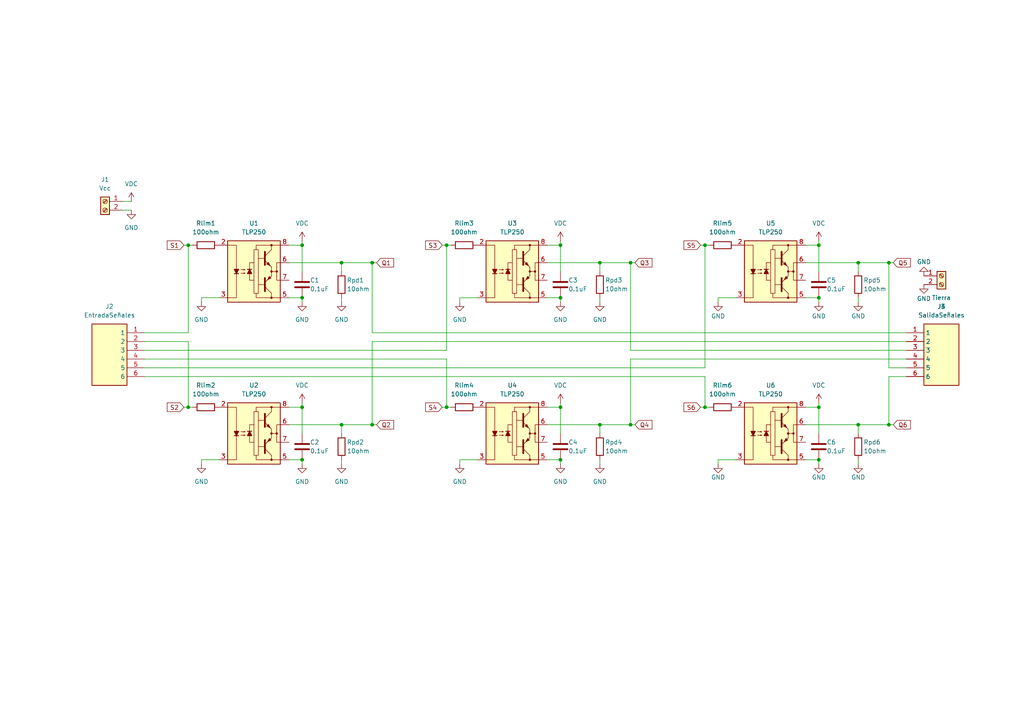
<source format=kicad_sch>
(kicad_sch (version 20231120) (generator "eeschema") (generator_version "8.0")
  (paper "A4")
  (lib_symbols
    (symbol "801-87-006-10-001101:Conn_Socket6"
      (property "Reference" "J" (at 16.51 7.62 0))
      (property "Value" "Conn_Socket6" (at 16.51 5.08 0))
      (symbol "Conn_Socket6_1_1"
        (rectangle (start 5.08 2.54) (end 15.24 -15.24) (stroke (width 0.254)) (fill (type background)))
        (pin passive line (at 0 0 0) (length 5.08) (name "1") (number "1"))
        (pin passive line (at 0 -2.54 0) (length 5.08) (name "2") (number "2"))
        (pin passive line (at 0 -5.08 0) (length 5.08) (name "3") (number "3"))
        (pin passive line (at 0 -7.62 0) (length 5.08) (name "4") (number "4"))
        (pin passive line (at 0 -10.16 0) (length 5.08) (name "5") (number "5"))
        (pin passive line (at 0 -12.7 0) (length 5.08) (name "6") (number "6"))
      )
    )
    (symbol "Connector:Screw_Terminal_01x02" (pin_names (offset 1.016) hide)
      (property "Reference" "J" (at 0 2.54 0))
      (property "Value" "Screw_Terminal_01x02" (at 0 -5.08 0))
      (symbol "Screw_Terminal_01x02_1_1"
        (rectangle (start -1.27 1.27) (end 1.27 -3.81) (stroke (width 0.254)) (fill (type background)))
        (circle (center 0 -2.54) (radius 0.635) (stroke (width 0.1524)))
        (polyline (pts (xy -0.5334 -2.2098) (xy 0.3302 -3.048)) (stroke (width 0.1524)))
        (polyline (pts (xy -0.5334 0.3302) (xy 0.3302 -0.508)) (stroke (width 0.1524)))
        (polyline (pts (xy -0.3556 -2.032) (xy 0.508 -2.8702)) (stroke (width 0.1524)))
        (polyline (pts (xy -0.3556 0.508) (xy 0.508 -0.3302)) (stroke (width 0.1524)))
        (circle (center 0 0) (radius 0.635) (stroke (width 0.1524)))
        (pin passive line (at -5.08 0 0) (length 3.81) (name "Pin_1") (number "1"))
        (pin passive line (at -5.08 -2.54 0) (length 3.81) (name "Pin_2") (number "2"))
      )
    )
    (symbol "Device:C" (pin_numbers hide) (pin_names (offset 0.254))
      (property "Reference" "C" (at 0.635 2.54 0))
      (property "Value" "C" (at 0.635 -2.54 0))
      (symbol "C_0_1"
        (polyline (pts (xy -2.032 -0.762) (xy 2.032 -0.762)) (stroke (width 0.508)))
        (polyline (pts (xy -2.032 0.762) (xy 2.032 0.762)) (stroke (width 0.508)))
      )
      (symbol "C_1_1"
        (pin passive line (at 0 3.81 270) (length 2.794) (name "~") (number "1"))
        (pin passive line (at 0 -3.81 90) (length 2.794) (name "~") (number "2"))
      )
    )
    (symbol "Device:R" (pin_numbers hide) (pin_names (offset 0))
      (property "Reference" "R" (at 2.032 0 90))
      (property "Value" "R" (at 0 0 90))
      (symbol "R_0_1"
        (rectangle (start -1.016 -2.54) (end 1.016 2.54) (stroke (width 0.254)))
      )
      (symbol "R_1_1"
        (pin passive line (at 0 3.81 270) (length 1.27) (name "~") (number "1"))
        (pin passive line (at 0 -3.81 90) (length 1.27) (name "~") (number "2"))
      )
    )
    (symbol "Driver_FET:TLP250" (pin_names hide)
      (property "Reference" "U" (at 0 12.7 0))
      (property "Value" "TLP250" (at 0 10.16 0))
      (symbol "TLP250_0_1"
        (rectangle (start -7.62 8.89) (end 7.62 -8.89) (stroke (width 0.254)) (fill (type background)))
        (polyline (pts (xy -5.715 -0.635) (xy -4.445 -0.635)) (stroke (width 0.254)))
        (polyline (pts (xy -0.635 0.635) (xy -1.905 0.635)) (stroke (width 0.254)))
        (polyline (pts (xy 3.048 -3.81) (xy 1.27 -3.81)))
        (polyline (pts (xy 3.048 3.81) (xy 1.27 3.81)))
        (polyline (pts (xy 3.175 -4.445) (xy 5.08 -6.35)))
        (polyline (pts (xy 3.175 4.445) (xy 5.08 6.35)))
        (polyline (pts (xy 5.08 -6.35) (xy 5.08 -7.62)))
        (polyline (pts (xy 5.08 -1.27) (xy 3.175 -3.175)) (fill (type outline)))
        (polyline (pts (xy 5.08 0) (xy 6.604 0)))
        (polyline (pts (xy 5.08 1.27) (xy 3.175 3.175)) (fill (type outline)))
        (polyline (pts (xy 5.08 6.35) (xy 5.08 7.62)))
        (polyline (pts (xy 7.62 7.62) (xy 0.635 7.62)))
        (polyline (pts (xy -1.27 -0.635) (xy -1.27 -2.54) (xy 0 -2.54)))
        (polyline (pts (xy -1.27 0.635) (xy -1.27 2.54) (xy 0 2.54)))
        (polyline (pts (xy 0.635 -6.35) (xy 0.635 -7.62) (xy 7.62 -7.62)))
        (polyline (pts (xy 3.175 -5.715) (xy 3.175 -1.905) (xy 3.175 -1.905)) (stroke (width 0.508)))
        (polyline (pts (xy 3.175 5.715) (xy 3.175 1.905) (xy 3.175 1.905)) (stroke (width 0.508)))
        (polyline (pts (xy -7.62 7.62) (xy -5.08 7.62) (xy -5.08 -7.62) (xy -7.62 -7.62)))
        (polyline (pts (xy -5.08 -0.635) (xy -5.715 0.635) (xy -4.445 0.635) (xy -5.08 -0.635)) (stroke (width 0.254)) (fill (type outline)))
        (polyline (pts (xy -1.27 0.635) (xy -0.635 -0.635) (xy -1.905 -0.635) (xy -1.27 0.635)) (stroke (width 0.254)) (fill (type outline)))
        (polyline (pts (xy 7.62 2.54) (xy 6.604 2.54) (xy 6.604 -2.54) (xy 7.62 -2.54)))
        (polyline (pts (xy -3.81 -0.508) (xy -2.54 -0.508) (xy -2.921 -0.635) (xy -2.921 -0.381) (xy -2.54 -0.508)))
        (polyline (pts (xy -3.81 0.508) (xy -2.54 0.508) (xy -2.921 0.381) (xy -2.921 0.635) (xy -2.54 0.508)))
        (polyline (pts (xy 1.27 6.35) (xy 1.27 -6.35) (xy 0 -6.35) (xy 0 6.35) (xy 1.27 6.35)))
        (polyline (pts (xy 3.683 2.159) (xy 4.191 2.667) (xy 4.699 1.651) (xy 3.683 2.159) (xy 3.683 2.159)) (fill (type outline)))
        (polyline (pts (xy 4.953 -1.905) (xy 4.445 -1.397) (xy 3.937 -2.413) (xy 4.953 -1.905) (xy 4.953 -1.905)) (fill (type outline)))
        (rectangle (start 0.635 6.35) (end 0.635 6.35))
        (rectangle (start 0.635 6.35) (end 0.635 7.62))
        (circle (center 5.08 -7.62) (radius 0.254) (fill (type outline)))
        (circle (center 5.08 0) (radius 0.254) (fill (type outline)))
        (rectangle (start 5.08 1.27) (end 5.08 -1.27))
        (circle (center 5.08 7.62) (radius 0.254) (fill (type outline)))
        (circle (center 6.604 0) (radius 0.254) (fill (type outline)))
      )
      (symbol "TLP250_1_1"
        (pin no_connect line (at -7.62 2.54 0) (length 2.54) hide (name "NC") (number "1"))
        (pin passive line (at -10.16 7.62 0) (length 2.54) (name "A") (number "2"))
        (pin passive line (at -10.16 -7.62 0) (length 2.54) (name "C") (number "3"))
        (pin no_connect line (at -7.62 -2.54 0) (length 2.54) hide (name "NC") (number "4"))
        (pin power_in line (at 10.16 -7.62 180) (length 2.54) (name "VEE") (number "5"))
        (pin output line (at 10.16 2.54 180) (length 2.54) (name "VO") (number "6"))
        (pin output line (at 10.16 -2.54 180) (length 2.54) (name "VO") (number "7"))
        (pin power_in line (at 10.16 7.62 180) (length 2.54) (name "VCC") (number "8"))
      )
    )
    (symbol "power:GND" (power) (pin_numbers hide) (pin_names (offset 0) hide)
      (property "Value" "GND" (at 0 -3.81 0))
      (symbol "GND_0_1"
        (polyline (pts (xy 0 0) (xy 0 -1.27) (xy 1.27 -1.27) (xy 0 -2.54) (xy -1.27 -1.27) (xy 0 -1.27)))
      )
      (symbol "GND_1_1"
        (pin power_in line (at 0 0 270) (length 0) (name "~") (number "1"))
      )
    )
    (symbol "power:VDC" (power) (pin_numbers hide) (pin_names (offset 0) hide)
      (property "Value" "VDC" (at 0 3.556 0))
      (symbol "VDC_0_1"
        (polyline (pts (xy -0.762 1.27) (xy 0 2.54)))
        (polyline (pts (xy 0 0) (xy 0 2.54)))
        (polyline (pts (xy 0 2.54) (xy 0.762 1.27)))
      )
      (symbol "VDC_1_1"
        (pin power_in line (at 0 0 90) (length 0) (name "~") (number "1"))
      )
    )
  )
  (junction (at 204.47 71.12))
  (junction (at 237.49 118.11))
  (junction (at 87.63 86.36))
  (junction (at 54.61 71.12))
  (junction (at 129.54 71.12))
  (junction (at 99.06 76.2))
  (junction (at 162.56 118.11))
  (junction (at 162.56 133.35))
  (junction (at 87.63 118.11))
  (junction (at 107.95 76.2))
  (junction (at 204.47 118.11))
  (junction (at 248.92 76.2))
  (junction (at 87.63 133.35))
  (junction (at 129.54 118.11))
  (junction (at 54.61 118.11))
  (junction (at 237.49 71.12))
  (junction (at 107.95 123.19))
  (junction (at 173.99 123.19))
  (junction (at 182.88 123.19))
  (junction (at 257.81 76.2))
  (junction (at 87.63 71.12))
  (junction (at 182.88 76.2))
  (junction (at 173.99 76.2))
  (junction (at 162.56 86.36))
  (junction (at 248.92 123.19))
  (junction (at 237.49 133.35))
  (junction (at 99.06 123.19))
  (junction (at 237.49 86.36))
  (junction (at 257.81 123.19))
  (junction (at 162.56 71.12))
  (wire (pts (xy 182.88 123.19) (xy 184.15 123.19)))
  (wire (pts (xy 237.49 118.11) (xy 237.49 116.84)))
  (wire (pts (xy 133.35 86.36) (xy 138.43 86.36)))
  (wire (pts (xy 182.88 76.2) (xy 184.15 76.2)))
  (wire (pts (xy 237.49 118.11) (xy 237.49 125.73)))
  (wire (pts (xy 203.2 118.11) (xy 204.47 118.11)))
  (wire (pts (xy 58.42 133.35) (xy 58.42 134.62)))
  (wire (pts (xy 129.54 118.11) (xy 130.81 118.11)))
  (wire (pts (xy 87.63 133.35) (xy 87.63 134.62)))
  (wire (pts (xy 107.95 99.06) (xy 262.89 99.06)))
  (wire (pts (xy 173.99 123.19) (xy 182.88 123.19)))
  (wire (pts (xy 162.56 133.35) (xy 162.56 134.62)))
  (wire (pts (xy 107.95 99.06) (xy 107.95 123.19)))
  (wire (pts (xy 237.49 86.36) (xy 237.49 87.63)))
  (wire (pts (xy 107.95 76.2) (xy 109.22 76.2)))
  (wire (pts (xy 233.68 86.36) (xy 237.49 86.36)))
  (wire (pts (xy 248.92 133.35) (xy 248.92 134.62)))
  (wire (pts (xy 158.75 123.19) (xy 173.99 123.19)))
  (wire (pts (xy 158.75 76.2) (xy 173.99 76.2)))
  (wire (pts (xy 204.47 71.12) (xy 205.74 71.12)))
  (wire (pts (xy 128.27 71.12) (xy 129.54 71.12)))
  (wire (pts (xy 87.63 86.36) (xy 87.63 87.63)))
  (wire (pts (xy 237.49 71.12) (xy 237.49 69.85)))
  (wire (pts (xy 41.91 104.14) (xy 129.54 104.14)))
  (wire (pts (xy 208.28 86.36) (xy 208.28 87.63)))
  (wire (pts (xy 35.56 58.42) (xy 38.1 58.42)))
  (wire (pts (xy 204.47 106.68) (xy 204.47 71.12)))
  (wire (pts (xy 233.68 133.35) (xy 237.49 133.35)))
  (wire (pts (xy 99.06 123.19) (xy 107.95 123.19)))
  (wire (pts (xy 133.35 86.36) (xy 133.35 87.63)))
  (wire (pts (xy 162.56 118.11) (xy 162.56 125.73)))
  (wire (pts (xy 262.89 101.6) (xy 182.88 101.6)))
  (wire (pts (xy 158.75 118.11) (xy 162.56 118.11)))
  (wire (pts (xy 233.68 71.12) (xy 237.49 71.12)))
  (wire (pts (xy 87.63 71.12) (xy 87.63 69.85)))
  (wire (pts (xy 173.99 133.35) (xy 173.99 134.62)))
  (wire (pts (xy 87.63 71.12) (xy 87.63 78.74)))
  (wire (pts (xy 204.47 109.22) (xy 204.47 118.11)))
  (wire (pts (xy 99.06 76.2) (xy 107.95 76.2)))
  (wire (pts (xy 53.34 118.11) (xy 54.61 118.11)))
  (wire (pts (xy 58.42 86.36) (xy 63.5 86.36)))
  (wire (pts (xy 233.68 123.19) (xy 248.92 123.19)))
  (wire (pts (xy 87.63 118.11) (xy 87.63 116.84)))
  (wire (pts (xy 129.54 71.12) (xy 130.81 71.12)))
  (wire (pts (xy 208.28 86.36) (xy 213.36 86.36)))
  (wire (pts (xy 182.88 104.14) (xy 182.88 123.19)))
  (wire (pts (xy 248.92 125.73) (xy 248.92 123.19)))
  (wire (pts (xy 262.89 96.52) (xy 107.95 96.52)))
  (wire (pts (xy 173.99 78.74) (xy 173.99 76.2)))
  (wire (pts (xy 133.35 133.35) (xy 138.43 133.35)))
  (wire (pts (xy 99.06 133.35) (xy 99.06 134.62)))
  (wire (pts (xy 41.91 96.52) (xy 54.61 96.52)))
  (wire (pts (xy 58.42 86.36) (xy 58.42 87.63)))
  (wire (pts (xy 173.99 125.73) (xy 173.99 123.19)))
  (wire (pts (xy 208.28 133.35) (xy 213.36 133.35)))
  (wire (pts (xy 233.68 118.11) (xy 237.49 118.11)))
  (wire (pts (xy 248.92 86.36) (xy 248.92 87.63)))
  (wire (pts (xy 107.95 96.52) (xy 107.95 76.2)))
  (wire (pts (xy 233.68 76.2) (xy 248.92 76.2)))
  (wire (pts (xy 257.81 76.2) (xy 259.08 76.2)))
  (wire (pts (xy 41.91 101.6) (xy 129.54 101.6)))
  (wire (pts (xy 203.2 71.12) (xy 204.47 71.12)))
  (wire (pts (xy 54.61 96.52) (xy 54.61 71.12)))
  (wire (pts (xy 133.35 133.35) (xy 133.35 134.62)))
  (wire (pts (xy 173.99 86.36) (xy 173.99 87.63)))
  (wire (pts (xy 87.63 118.11) (xy 87.63 125.73)))
  (wire (pts (xy 158.75 133.35) (xy 162.56 133.35)))
  (wire (pts (xy 204.47 118.11) (xy 205.74 118.11)))
  (wire (pts (xy 162.56 118.11) (xy 162.56 116.84)))
  (wire (pts (xy 83.82 133.35) (xy 87.63 133.35)))
  (wire (pts (xy 257.81 109.22) (xy 257.81 123.19)))
  (wire (pts (xy 83.82 118.11) (xy 87.63 118.11)))
  (wire (pts (xy 99.06 86.36) (xy 99.06 87.63)))
  (wire (pts (xy 41.91 106.68) (xy 204.47 106.68)))
  (wire (pts (xy 58.42 133.35) (xy 63.5 133.35)))
  (wire (pts (xy 54.61 99.06) (xy 54.61 118.11)))
  (wire (pts (xy 262.89 104.14) (xy 182.88 104.14)))
  (wire (pts (xy 158.75 86.36) (xy 162.56 86.36)))
  (wire (pts (xy 262.89 106.68) (xy 257.81 106.68)))
  (wire (pts (xy 162.56 71.12) (xy 162.56 69.85)))
  (wire (pts (xy 129.54 101.6) (xy 129.54 71.12)))
  (wire (pts (xy 173.99 76.2) (xy 182.88 76.2)))
  (wire (pts (xy 99.06 78.74) (xy 99.06 76.2)))
  (wire (pts (xy 257.81 123.19) (xy 259.08 123.19)))
  (wire (pts (xy 83.82 123.19) (xy 99.06 123.19)))
  (wire (pts (xy 129.54 104.14) (xy 129.54 118.11)))
  (wire (pts (xy 99.06 125.73) (xy 99.06 123.19)))
  (wire (pts (xy 83.82 71.12) (xy 87.63 71.12)))
  (wire (pts (xy 162.56 86.36) (xy 162.56 87.63)))
  (wire (pts (xy 54.61 118.11) (xy 55.88 118.11)))
  (wire (pts (xy 208.28 133.35) (xy 208.28 134.62)))
  (wire (pts (xy 248.92 123.19) (xy 257.81 123.19)))
  (wire (pts (xy 237.49 133.35) (xy 237.49 134.62)))
  (wire (pts (xy 53.34 71.12) (xy 54.61 71.12)))
  (wire (pts (xy 128.27 118.11) (xy 129.54 118.11)))
  (wire (pts (xy 158.75 71.12) (xy 162.56 71.12)))
  (wire (pts (xy 237.49 71.12) (xy 237.49 78.74)))
  (wire (pts (xy 248.92 78.74) (xy 248.92 76.2)))
  (wire (pts (xy 41.91 109.22) (xy 204.47 109.22)))
  (wire (pts (xy 182.88 101.6) (xy 182.88 76.2)))
  (wire (pts (xy 257.81 106.68) (xy 257.81 76.2)))
  (wire (pts (xy 83.82 76.2) (xy 99.06 76.2)))
  (wire (pts (xy 262.89 109.22) (xy 257.81 109.22)))
  (wire (pts (xy 41.91 99.06) (xy 54.61 99.06)))
  (wire (pts (xy 162.56 71.12) (xy 162.56 78.74)))
  (wire (pts (xy 83.82 86.36) (xy 87.63 86.36)))
  (wire (pts (xy 35.56 60.96) (xy 38.1 60.96)))
  (wire (pts (xy 107.95 123.19) (xy 109.22 123.19)))
  (wire (pts (xy 54.61 71.12) (xy 55.88 71.12)))
  (wire (pts (xy 248.92 76.2) (xy 257.81 76.2)))
  (global_label "S2" (shape input) (at 53.34 118.11 180) (property "Intersheetrefs" "${INTERSHEET_REFS}" (effects (hide yes))))
  (global_label "Q5" (shape input) (at 259.08 76.2 0) (property "Intersheetrefs" "${INTERSHEET_REFS}" (effects (hide yes))))
  (global_label "S6" (shape input) (at 203.2 118.11 180) (property "Intersheetrefs" "${INTERSHEET_REFS}" (effects (hide yes))))
  (global_label "Q4" (shape input) (at 184.15 123.19 0) (property "Intersheetrefs" "${INTERSHEET_REFS}" (effects (hide yes))))
  (global_label "S4" (shape input) (at 128.27 118.11 180) (property "Intersheetrefs" "${INTERSHEET_REFS}" (effects (hide yes))))
  (global_label "S5" (shape input) (at 203.2 71.12 180) (property "Intersheetrefs" "${INTERSHEET_REFS}" (effects (hide yes))))
  (global_label "Q6" (shape input) (at 259.08 123.19 0) (property "Intersheetrefs" "${INTERSHEET_REFS}" (effects (hide yes))))
  (global_label "S3" (shape input) (at 128.27 71.12 180) (property "Intersheetrefs" "${INTERSHEET_REFS}" (effects (hide yes))))
  (global_label "Q1" (shape input) (at 109.22 76.2 0) (property "Intersheetrefs" "${INTERSHEET_REFS}" (effects (hide yes))))
  (global_label "Q3" (shape input) (at 184.15 76.2 0) (property "Intersheetrefs" "${INTERSHEET_REFS}" (effects (hide yes))))
  (global_label "S1" (shape input) (at 53.34 71.12 180) (property "Intersheetrefs" "${INTERSHEET_REFS}" (effects (hide yes))))
  (global_label "Q2" (shape input) (at 109.22 123.19 0) (property "Intersheetrefs" "${INTERSHEET_REFS}" (effects (hide yes))))
  (symbol (lib_id "Device:R") (at 173.99 82.55 0) (unit 1)
    (property "Reference" "Rpd3" (at 175.514 81.28 0) (effects (justify left)))
    (property "Value" "10ohm" (at 175.514 83.82 0) (effects (justify left)))
    (property "Footprint" "Resistor_THT:R_Axial_DIN0207_L6.3mm_D2.5mm_P15.24mm_Horizontal" (effects (hide yes)))
    (property "Description" "Resistor" (effects (hide yes)))
  )
  (symbol (lib_id "power:GND") (at 162.56 134.62 0) (unit 1)
    (property "Reference" "#PWR020" (effects (hide yes)))
    (property "Value" "GND" (at 162.56 139.7 0))
    (property "Description" "Power symbol creates a global label with name \"GND\" , ground" (effects (hide yes)))
  )
  (symbol (lib_id "Device:R") (at 59.69 71.12 90) (unit 1)
    (property "Reference" "Rlim1" (at 59.69 64.77 90))
    (property "Value" "100ohm" (at 59.69 67.31 90))
    (property "Footprint" "Resistor_THT:R_Axial_DIN0207_L6.3mm_D2.5mm_P15.24mm_Horizontal" (effects (hide yes)))
    (property "Description" "Resistor" (effects (hide yes)))
  )
  (symbol (lib_id "power:VDC") (at 87.63 69.85 0) (unit 1)
    (property "Reference" "#PWR07" (effects (hide yes)))
    (property "Value" "VDC" (at 87.63 64.77 0))
    (property "Description" "Power symbol creates a global label with name \"VDC\"" (effects (hide yes)))
  )
  (symbol (lib_id "power:VDC") (at 237.49 69.85 0) (unit 1)
    (property "Reference" "#PWR027" (effects (hide yes)))
    (property "Value" "VDC" (at 237.49 64.77 0))
    (property "Description" "Power symbol creates a global label with name \"VDC\"" (effects (hide yes)))
  )
  (symbol (lib_id "power:GND") (at 208.28 134.62 0) (unit 1)
    (property "Reference" "#PWR024" (effects (hide yes)))
    (property "Value" "GND" (at 208.28 138.43 0))
    (property "Description" "Power symbol creates a global label with name \"GND\" , ground" (effects (hide yes)))
  )
  (symbol (lib_id "power:GND") (at 133.35 134.62 0) (unit 1)
    (property "Reference" "#PWR014" (effects (hide yes)))
    (property "Value" "GND" (at 133.35 139.7 0))
    (property "Description" "Power symbol creates a global label with name \"GND\" , ground" (effects (hide yes)))
  )
  (symbol (lib_id "power:VDC") (at 162.56 69.85 0) (unit 1)
    (property "Reference" "#PWR017" (effects (hide yes)))
    (property "Value" "VDC" (at 162.56 64.77 0))
    (property "Description" "Power symbol creates a global label with name \"VDC\"" (effects (hide yes)))
  )
  (symbol (lib_id "power:GND") (at 237.49 87.63 0) (unit 1)
    (property "Reference" "#PWR028" (effects (hide yes)))
    (property "Value" "GND" (at 237.49 91.694 0))
    (property "Description" "Power symbol creates a global label with name \"GND\" , ground" (effects (hide yes)))
  )
  (symbol (lib_id "power:GND") (at 38.1 60.96 0) (unit 1)
    (property "Reference" "#PWR02" (effects (hide yes)))
    (property "Value" "GND" (at 38.1 66.04 0))
    (property "Description" "Power symbol creates a global label with name \"GND\" , ground" (effects (hide yes)))
  )
  (symbol (lib_id "power:GND") (at 248.92 134.62 0) (unit 1)
    (property "Reference" "#PWR032" (effects (hide yes)))
    (property "Value" "GND" (at 248.92 138.43 0))
    (property "Description" "Power symbol creates a global label with name \"GND\" , ground" (effects (hide yes)))
  )
  (symbol (lib_id "Device:R") (at 209.55 118.11 90) (unit 1)
    (property "Reference" "Rlim6" (at 209.55 111.76 90))
    (property "Value" "100ohm" (at 209.55 114.3 90))
    (property "Footprint" "Resistor_THT:R_Axial_DIN0207_L6.3mm_D2.5mm_P15.24mm_Horizontal" (effects (hide yes)))
    (property "Description" "Resistor" (effects (hide yes)))
  )
  (symbol (lib_id "Connector:Screw_Terminal_01x02") (at 30.48 58.42 0) (mirror y) (unit 1)
    (property "Reference" "J1" (at 30.48 52.07 0))
    (property "Value" "Vcc" (at 30.48 54.61 0))
    (property "Footprint" "TerminalBlock:TerminalBlock_bornier-2_P5.08mm" (effects (hide yes)))
    (property "Description" "Generic screw terminal, single row, 01x02, script generated (kicad-library-utils/schlib/autogen/connector/)" (effects (hide yes)))
  )
  (symbol (lib_id "Device:C") (at 162.56 129.54 0) (unit 1)
    (property "Reference" "C4" (at 164.846 128.27 0) (effects (justify left)))
    (property "Value" "0.1uF" (at 164.846 130.81 0) (effects (justify left)))
    (property "Footprint" "Capacitor_THT:C_Rect_L7.0mm_W4.5mm_P5.00mm" (effects (hide yes)))
    (property "Description" "Unpolarized capacitor" (effects (hide yes)))
  )
  (symbol (lib_id "Device:R") (at 173.99 129.54 0) (unit 1)
    (property "Reference" "Rpd4" (at 175.514 128.27 0) (effects (justify left)))
    (property "Value" "10ohm" (at 175.514 130.81 0) (effects (justify left)))
    (property "Footprint" "Resistor_THT:R_Axial_DIN0207_L6.3mm_D2.5mm_P15.24mm_Horizontal" (effects (hide yes)))
    (property "Description" "Resistor" (effects (hide yes)))
  )
  (symbol (lib_id "power:GND") (at 267.97 80.01 180) (unit 1)
    (property "Reference" "#PWR06" (effects (hide yes)))
    (property "Value" "GND" (at 267.97 75.946 0))
    (property "Description" "Power symbol creates a global label with name \"GND\" , ground" (effects (hide yes)))
  )
  (symbol (lib_id "power:VDC") (at 237.49 116.84 0) (unit 1)
    (property "Reference" "#PWR029" (effects (hide yes)))
    (property "Value" "VDC" (at 237.49 111.76 0))
    (property "Description" "Power symbol creates a global label with name \"VDC\"" (effects (hide yes)))
  )
  (symbol (lib_id "power:VDC") (at 38.1 58.42 0) (unit 1)
    (property "Reference" "#PWR01" (effects (hide yes)))
    (property "Value" "VDC" (at 38.1 53.34 0))
    (property "Description" "Power symbol creates a global label with name \"VDC\"" (effects (hide yes)))
  )
  (symbol (lib_id "Device:R") (at 209.55 71.12 90) (unit 1)
    (property "Reference" "Rlim5" (at 209.55 64.77 90))
    (property "Value" "100ohm" (at 209.55 67.31 90))
    (property "Footprint" "Resistor_THT:R_Axial_DIN0207_L6.3mm_D2.5mm_P15.24mm_Horizontal" (effects (hide yes)))
    (property "Description" "Resistor" (effects (hide yes)))
  )
  (symbol (lib_id "Driver_FET:TLP250") (at 148.59 78.74 0) (unit 1)
    (property "Reference" "U3" (at 148.59 64.77 0))
    (property "Value" "TLP250" (at 148.59 67.31 0))
    (property "Footprint" "Package_DIP:DIP-8_W7.62mm" (effects (hide yes)))
    (property "Datasheet" "http://toshiba.semicon-storage.com/info/docget.jsp?did=16821&prodName=TLP250" (effects (hide yes)))
    (property "Description" "Gate Drive Optocoupler, Output Current 1.5/1.5A, DIP-8" (effects (hide yes)))
  )
  (symbol (lib_id "power:GND") (at 248.92 87.63 0) (unit 1)
    (property "Reference" "#PWR031" (effects (hide yes)))
    (property "Value" "GND" (at 248.92 91.694 0))
    (property "Description" "Power symbol creates a global label with name \"GND\" , ground" (effects (hide yes)))
  )
  (symbol (lib_id "Device:C") (at 237.49 82.55 0) (unit 1)
    (property "Reference" "C5" (at 239.776 81.28 0) (effects (justify left)))
    (property "Value" "0.1uF" (at 239.776 83.82 0) (effects (justify left)))
    (property "Footprint" "Capacitor_THT:C_Rect_L7.0mm_W4.5mm_P5.00mm" (effects (hide yes)))
    (property "Description" "Unpolarized capacitor" (effects (hide yes)))
  )
  (symbol (lib_id "Driver_FET:TLP250") (at 148.59 125.73 0) (unit 1)
    (property "Reference" "U4" (at 148.59 111.76 0))
    (property "Value" "TLP250" (at 148.59 114.3 0))
    (property "Footprint" "Package_DIP:DIP-8_W7.62mm" (effects (hide yes)))
    (property "Datasheet" "http://toshiba.semicon-storage.com/info/docget.jsp?did=16821&prodName=TLP250" (effects (hide yes)))
    (property "Description" "Gate Drive Optocoupler, Output Current 1.5/1.5A, DIP-8" (effects (hide yes)))
  )
  (symbol (lib_id "power:GND") (at 87.63 87.63 0) (unit 1)
    (property "Reference" "#PWR08" (effects (hide yes)))
    (property "Value" "GND" (at 87.63 92.71 0))
    (property "Description" "Power symbol creates a global label with name \"GND\" , ground" (effects (hide yes)))
  )
  (symbol (lib_id "power:VDC") (at 162.56 116.84 0) (unit 1)
    (property "Reference" "#PWR019" (effects (hide yes)))
    (property "Value" "VDC" (at 162.56 111.76 0))
    (property "Description" "Power symbol creates a global label with name \"VDC\"" (effects (hide yes)))
  )
  (symbol (lib_id "power:GND") (at 173.99 87.63 0) (unit 1)
    (property "Reference" "#PWR021" (effects (hide yes)))
    (property "Value" "GND" (at 173.99 92.71 0))
    (property "Description" "Power symbol creates a global label with name \"GND\" , ground" (effects (hide yes)))
  )
  (symbol (lib_id "power:GND") (at 237.49 134.62 0) (unit 1)
    (property "Reference" "#PWR030" (effects (hide yes)))
    (property "Value" "GND" (at 237.49 138.43 0))
    (property "Description" "Power symbol creates a global label with name \"GND\" , ground" (effects (hide yes)))
  )
  (symbol (lib_id "Device:C") (at 87.63 82.55 0) (unit 1)
    (property "Reference" "C1" (at 89.916 81.28 0) (effects (justify left)))
    (property "Value" "0.1uF" (at 89.916 83.82 0) (effects (justify left)))
    (property "Footprint" "Capacitor_THT:C_Rect_L7.0mm_W4.5mm_P5.00mm" (effects (hide yes)))
    (property "Description" "Unpolarized capacitor" (effects (hide yes)))
  )
  (symbol (lib_id "Connector:Screw_Terminal_01x02") (at 273.05 80.01 0) (unit 1)
    (property "Reference" "J4" (at 273.05 88.9 0))
    (property "Value" "Tierra" (at 273.05 86.36 0))
    (property "Footprint" "TerminalBlock:TerminalBlock_bornier-2_P5.08mm" (effects (hide yes)))
    (property "Description" "Generic screw terminal, single row, 01x02, script generated (kicad-library-utils/schlib/autogen/connector/)" (effects (hide yes)))
  )
  (symbol (lib_id "power:GND") (at 58.42 134.62 0) (unit 1)
    (property "Reference" "#PWR04" (effects (hide yes)))
    (property "Value" "GND" (at 58.42 139.7 0))
    (property "Description" "Power symbol creates a global label with name \"GND\" , ground" (effects (hide yes)))
  )
  (symbol (lib_id "801-87-006-10-001101:Conn_Socket6") (at 262.89 96.52 0) (unit 1)
    (property "Reference" "J3" (at 273.05 88.9 0))
    (property "Value" "SalidaSeñales" (at 273.05 91.44 0))
    (property "Footprint" "sparkOpsHuellas:ConnSocket6" (effects (hide yes)))
    (property "Datasheet" "https://www.precidip.com/pview/801-PP-NNN-10-001101.html" (effects (hide yes)))
    (property "Description" "2.54/5.08 mm, Straight solder tail, Mating pin  0.76 mm, 006 positions" (effects (hide yes)))
    (property "Height" "7" (effects (hide yes)))
    (property "Mouser Part Number" "437-8018700610001101" (effects (hide yes)))
    (property "Mouser Price/Stock" "https://www.mouser.co.uk/ProductDetail/Preci-dip/801-87-006-10-001101?qs=FtMuP6KVi2Q2Yj6OdG5g3A%3D%3D" (effects (hide yes)))
    (property "Manufacturer_Name" "Preci-Dip" (effects (hide yes)))
    (property "Manufacturer_Part_Number" "801-87-006-10-001101" (effects (hide yes)))
  )
  (symbol (lib_id "power:GND") (at 99.06 134.62 0) (unit 1)
    (property "Reference" "#PWR012" (effects (hide yes)))
    (property "Value" "GND" (at 99.06 139.7 0))
    (property "Description" "Power symbol creates a global label with name \"GND\" , ground" (effects (hide yes)))
  )
  (symbol (lib_id "power:GND") (at 173.99 134.62 0) (unit 1)
    (property "Reference" "#PWR022" (effects (hide yes)))
    (property "Value" "GND" (at 173.99 139.7 0))
    (property "Description" "Power symbol creates a global label with name \"GND\" , ground" (effects (hide yes)))
  )
  (symbol (lib_id "Driver_FET:TLP250") (at 223.52 78.74 0) (unit 1)
    (property "Reference" "U5" (at 223.52 64.77 0))
    (property "Value" "TLP250" (at 223.52 67.31 0))
    (property "Footprint" "Package_DIP:DIP-8_W7.62mm" (effects (hide yes)))
    (property "Datasheet" "http://toshiba.semicon-storage.com/info/docget.jsp?did=16821&prodName=TLP250" (effects (hide yes)))
    (property "Description" "Gate Drive Optocoupler, Output Current 1.5/1.5A, DIP-8" (effects (hide yes)))
  )
  (symbol (lib_id "801-87-006-10-001101:Conn_Socket6") (at 41.91 96.52 0) (mirror y) (unit 1)
    (property "Reference" "J2" (at 31.75 88.9 0))
    (property "Value" "EntradaSeñales" (at 31.75 91.44 0))
    (property "Footprint" "sparkOpsHuellas:ConnSocket6" (effects (hide yes)))
    (property "Datasheet" "https://www.precidip.com/pview/801-PP-NNN-10-001101.html" (effects (hide yes)))
    (property "Description" "2.54/5.08 mm, Straight solder tail, Mating pin  0.76 mm, 006 positions" (effects (hide yes)))
    (property "Height" "7" (effects (hide yes)))
    (property "Mouser Part Number" "437-8018700610001101" (effects (hide yes)))
    (property "Mouser Price/Stock" "https://www.mouser.co.uk/ProductDetail/Preci-dip/801-87-006-10-001101?qs=FtMuP6KVi2Q2Yj6OdG5g3A%3D%3D" (effects (hide yes)))
    (property "Manufacturer_Name" "Preci-Dip" (effects (hide yes)))
    (property "Manufacturer_Part_Number" "801-87-006-10-001101" (effects (hide yes)))
  )
  (symbol (lib_id "Device:C") (at 237.49 129.54 0) (unit 1)
    (property "Reference" "C6" (at 239.776 128.27 0) (effects (justify left)))
    (property "Value" "0.1uF" (at 239.776 130.81 0) (effects (justify left)))
    (property "Footprint" "Capacitor_THT:C_Rect_L7.0mm_W4.5mm_P5.00mm" (effects (hide yes)))
    (property "Description" "Unpolarized capacitor" (effects (hide yes)))
  )
  (symbol (lib_id "power:GND") (at 58.42 87.63 0) (unit 1)
    (property "Reference" "#PWR03" (effects (hide yes)))
    (property "Value" "GND" (at 58.42 92.71 0))
    (property "Description" "Power symbol creates a global label with name \"GND\" , ground" (effects (hide yes)))
  )
  (symbol (lib_id "power:VDC") (at 87.63 116.84 0) (unit 1)
    (property "Reference" "#PWR09" (effects (hide yes)))
    (property "Value" "VDC" (at 87.63 111.76 0))
    (property "Description" "Power symbol creates a global label with name \"VDC\"" (effects (hide yes)))
  )
  (symbol (lib_id "Device:R") (at 99.06 129.54 0) (unit 1)
    (property "Reference" "Rpd2" (at 100.584 128.27 0) (effects (justify left)))
    (property "Value" "10ohm" (at 100.584 130.81 0) (effects (justify left)))
    (property "Footprint" "Resistor_THT:R_Axial_DIN0207_L6.3mm_D2.5mm_P15.24mm_Horizontal" (effects (hide yes)))
    (property "Description" "Resistor" (effects (hide yes)))
  )
  (symbol (lib_id "Device:C") (at 87.63 129.54 0) (unit 1)
    (property "Reference" "C2" (at 89.916 128.27 0) (effects (justify left)))
    (property "Value" "0.1uF" (at 89.916 130.81 0) (effects (justify left)))
    (property "Footprint" "Capacitor_THT:C_Rect_L7.0mm_W4.5mm_P5.00mm" (effects (hide yes)))
    (property "Description" "Unpolarized capacitor" (effects (hide yes)))
  )
  (symbol (lib_id "power:GND") (at 99.06 87.63 0) (unit 1)
    (property "Reference" "#PWR011" (effects (hide yes)))
    (property "Value" "GND" (at 99.06 92.71 0))
    (property "Description" "Power symbol creates a global label with name \"GND\" , ground" (effects (hide yes)))
  )
  (symbol (lib_id "Driver_FET:TLP250") (at 73.66 125.73 0) (unit 1)
    (property "Reference" "U2" (at 73.66 111.76 0))
    (property "Value" "TLP250" (at 73.66 114.3 0))
    (property "Footprint" "Package_DIP:DIP-8_W7.62mm" (effects (hide yes)))
    (property "Datasheet" "http://toshiba.semicon-storage.com/info/docget.jsp?did=16821&prodName=TLP250" (effects (hide yes)))
    (property "Description" "Gate Drive Optocoupler, Output Current 1.5/1.5A, DIP-8" (effects (hide yes)))
  )
  (symbol (lib_id "Device:R") (at 99.06 82.55 0) (unit 1)
    (property "Reference" "Rpd1" (at 100.584 81.28 0) (effects (justify left)))
    (property "Value" "10ohm" (at 100.584 83.82 0) (effects (justify left)))
    (property "Footprint" "Resistor_THT:R_Axial_DIN0207_L6.3mm_D2.5mm_P15.24mm_Horizontal" (effects (hide yes)))
    (property "Description" "Resistor" (effects (hide yes)))
  )
  (symbol (lib_id "Driver_FET:TLP250") (at 223.52 125.73 0) (unit 1)
    (property "Reference" "U6" (at 223.52 111.76 0))
    (property "Value" "TLP250" (at 223.52 114.3 0))
    (property "Footprint" "Package_DIP:DIP-8_W7.62mm" (effects (hide yes)))
    (property "Datasheet" "http://toshiba.semicon-storage.com/info/docget.jsp?did=16821&prodName=TLP250" (effects (hide yes)))
    (property "Description" "Gate Drive Optocoupler, Output Current 1.5/1.5A, DIP-8" (effects (hide yes)))
  )
  (symbol (lib_id "power:GND") (at 87.63 134.62 0) (unit 1)
    (property "Reference" "#PWR010" (effects (hide yes)))
    (property "Value" "GND" (at 87.63 139.7 0))
    (property "Description" "Power symbol creates a global label with name \"GND\" , ground" (effects (hide yes)))
  )
  (symbol (lib_id "Device:R") (at 248.92 82.55 0) (unit 1)
    (property "Reference" "Rpd5" (at 250.444 81.28 0) (effects (justify left)))
    (property "Value" "10ohm" (at 250.444 83.82 0) (effects (justify left)))
    (property "Footprint" "Resistor_THT:R_Axial_DIN0207_L6.3mm_D2.5mm_P15.24mm_Horizontal" (effects (hide yes)))
    (property "Description" "Resistor" (effects (hide yes)))
  )
  (symbol (lib_id "Driver_FET:TLP250") (at 73.66 78.74 0) (unit 1)
    (property "Reference" "U1" (at 73.66 64.77 0))
    (property "Value" "TLP250" (at 73.66 67.31 0))
    (property "Footprint" "Package_DIP:DIP-8_W7.62mm" (effects (hide yes)))
    (property "Datasheet" "http://toshiba.semicon-storage.com/info/docget.jsp?did=16821&prodName=TLP250" (effects (hide yes)))
    (property "Description" "Gate Drive Optocoupler, Output Current 1.5/1.5A, DIP-8" (effects (hide yes)))
  )
  (symbol (lib_id "Device:R") (at 59.69 118.11 90) (unit 1)
    (property "Reference" "Rlim2" (at 59.69 111.76 90))
    (property "Value" "100ohm" (at 59.69 114.3 90))
    (property "Footprint" "Resistor_THT:R_Axial_DIN0207_L6.3mm_D2.5mm_P15.24mm_Horizontal" (effects (hide yes)))
    (property "Description" "Resistor" (effects (hide yes)))
  )
  (symbol (lib_id "power:GND") (at 267.97 82.55 0) (unit 1)
    (property "Reference" "#PWR05" (effects (hide yes)))
    (property "Value" "GND" (at 267.97 86.614 0))
    (property "Description" "Power symbol creates a global label with name \"GND\" , ground" (effects (hide yes)))
  )
  (symbol (lib_id "Device:R") (at 134.62 118.11 90) (unit 1)
    (property "Reference" "Rlim4" (at 134.62 111.76 90))
    (property "Value" "100ohm" (at 134.62 114.3 90))
    (property "Footprint" "Resistor_THT:R_Axial_DIN0207_L6.3mm_D2.5mm_P15.24mm_Horizontal" (effects (hide yes)))
    (property "Description" "Resistor" (effects (hide yes)))
  )
  (symbol (lib_id "Device:R") (at 134.62 71.12 90) (unit 1)
    (property "Reference" "Rlim3" (at 134.62 64.77 90))
    (property "Value" "100ohm" (at 134.62 67.31 90))
    (property "Footprint" "Resistor_THT:R_Axial_DIN0207_L6.3mm_D2.5mm_P15.24mm_Horizontal" (effects (hide yes)))
    (property "Description" "Resistor" (effects (hide yes)))
  )
  (symbol (lib_id "Device:C") (at 162.56 82.55 0) (unit 1)
    (property "Reference" "C3" (at 164.846 81.28 0) (effects (justify left)))
    (property "Value" "0.1uF" (at 164.846 83.82 0) (effects (justify left)))
    (property "Footprint" "Capacitor_THT:C_Rect_L7.0mm_W4.5mm_P5.00mm" (effects (hide yes)))
    (property "Description" "Unpolarized capacitor" (effects (hide yes)))
  )
  (symbol (lib_id "power:GND") (at 133.35 87.63 0) (unit 1)
    (property "Reference" "#PWR013" (effects (hide yes)))
    (property "Value" "GND" (at 133.35 92.71 0))
    (property "Description" "Power symbol creates a global label with name \"GND\" , ground" (effects (hide yes)))
  )
  (symbol (lib_id "power:GND") (at 208.28 87.63 0) (unit 1)
    (property "Reference" "#PWR023" (effects (hide yes)))
    (property "Value" "GND" (at 208.28 91.694 0))
    (property "Description" "Power symbol creates a global label with name \"GND\" , ground" (effects (hide yes)))
  )
  (symbol (lib_id "Device:R") (at 248.92 129.54 0) (unit 1)
    (property "Reference" "Rpd6" (at 250.444 128.27 0) (effects (justify left)))
    (property "Value" "10ohm" (at 250.444 130.81 0) (effects (justify left)))
    (property "Footprint" "Resistor_THT:R_Axial_DIN0207_L6.3mm_D2.5mm_P15.24mm_Horizontal" (effects (hide yes)))
    (property "Description" "Resistor" (effects (hide yes)))
  )
  (symbol (lib_id "power:GND") (at 162.56 87.63 0) (unit 1)
    (property "Reference" "#PWR018" (effects (hide yes)))
    (property "Value" "GND" (at 162.56 92.71 0))
    (property "Description" "Power symbol creates a global label with name \"GND\" , ground" (effects (hide yes)))
  )
)
</source>
